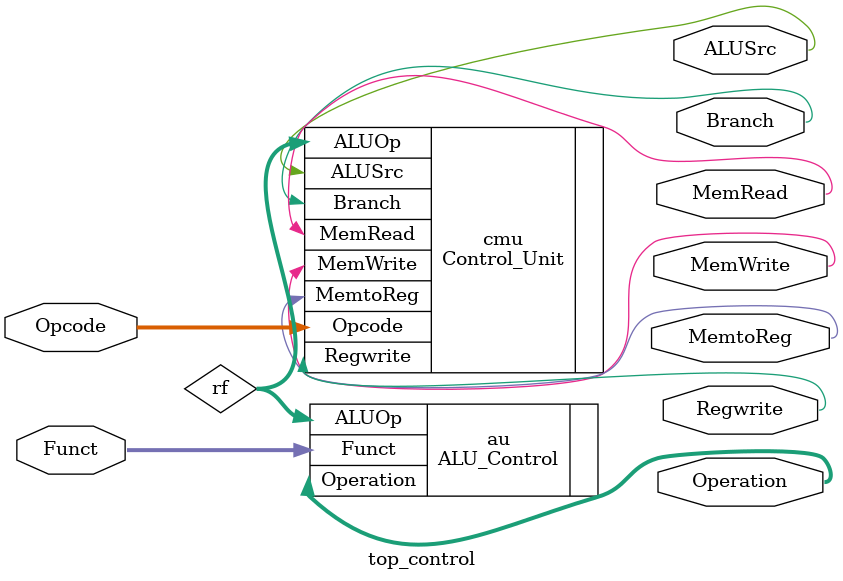
<source format=v>
module top_control
(
input [6:0] Opcode,
input [3:0] Funct,
output [3:0] Operation,
output reg Branch,MemRead,MemtoReg,MemWrite,ALUSrc,Regwrite

);

wire [1:0] rf;

Control_Unit cmu( 
  .Opcode(Opcode),
  .Branch(Branch),
  .MemRead(MemRead),
  .MemtoReg(MemtoReg),
  
  .MemWrite(MemWrite),
  .ALUSrc(ALUSrc),
  .Regwrite(Regwrite),
  .ALUOp(rf)
);


ALU_Control au( 
  .ALUOp(rf),
  . Funct( Funct),
  .Operation(Operation)
);





	


endmodule

</source>
